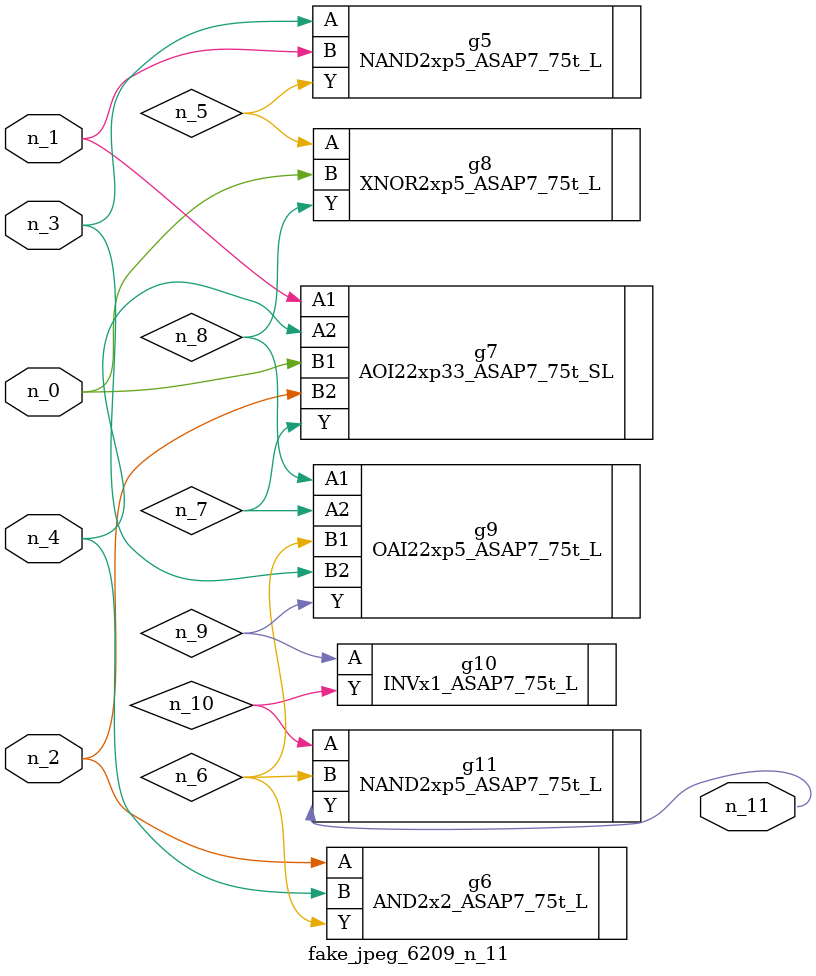
<source format=v>
module fake_jpeg_6209_n_11 (n_3, n_2, n_1, n_0, n_4, n_11);

input n_3;
input n_2;
input n_1;
input n_0;
input n_4;

output n_11;

wire n_10;
wire n_8;
wire n_9;
wire n_6;
wire n_5;
wire n_7;

NAND2xp5_ASAP7_75t_L g5 ( 
.A(n_3),
.B(n_1),
.Y(n_5)
);

AND2x2_ASAP7_75t_L g6 ( 
.A(n_2),
.B(n_4),
.Y(n_6)
);

AOI22xp33_ASAP7_75t_SL g7 ( 
.A1(n_1),
.A2(n_4),
.B1(n_0),
.B2(n_2),
.Y(n_7)
);

XNOR2xp5_ASAP7_75t_L g8 ( 
.A(n_5),
.B(n_0),
.Y(n_8)
);

OAI22xp5_ASAP7_75t_L g9 ( 
.A1(n_8),
.A2(n_7),
.B1(n_6),
.B2(n_3),
.Y(n_9)
);

INVx1_ASAP7_75t_L g10 ( 
.A(n_9),
.Y(n_10)
);

NAND2xp5_ASAP7_75t_L g11 ( 
.A(n_10),
.B(n_6),
.Y(n_11)
);


endmodule
</source>
